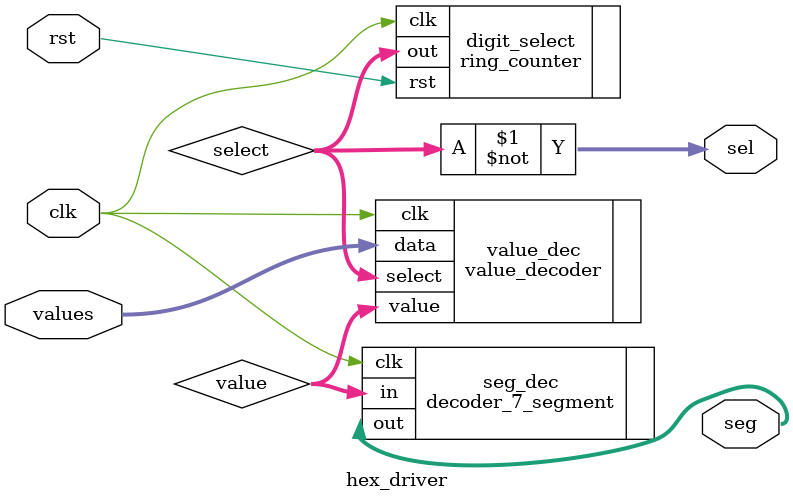
<source format=v>
module hex_driver (
    input         clk,    // clock
    input         rst,    // reset
    input  [15:0] values, // values to display (4 element vector of 4 bit values, flattened to 16 bits)
    output [6:0]  seg,    // LED segment data, active low
    output [3:0]  sel     // one-cold digit select
  );

  wire [3:0] value;
  wire [3:0] select;
  assign sel = ~select;


  // cycle through the hex displays
  ring_counter digit_select (
    .clk(clk),
    .rst(rst),
    .out(select)
  );

  // decode the input data to the corresponding segments
  decoder_7_segment seg_dec (
    .clk(clk),
    .in(value),
    .out(seg)
  );

  // provide the correct digit's data to the segment decoder
  value_decoder value_dec (
    .clk(clk),
    .select(select),
    .data(values),
    .value(value)
  );

endmodule // hex_driver

</source>
